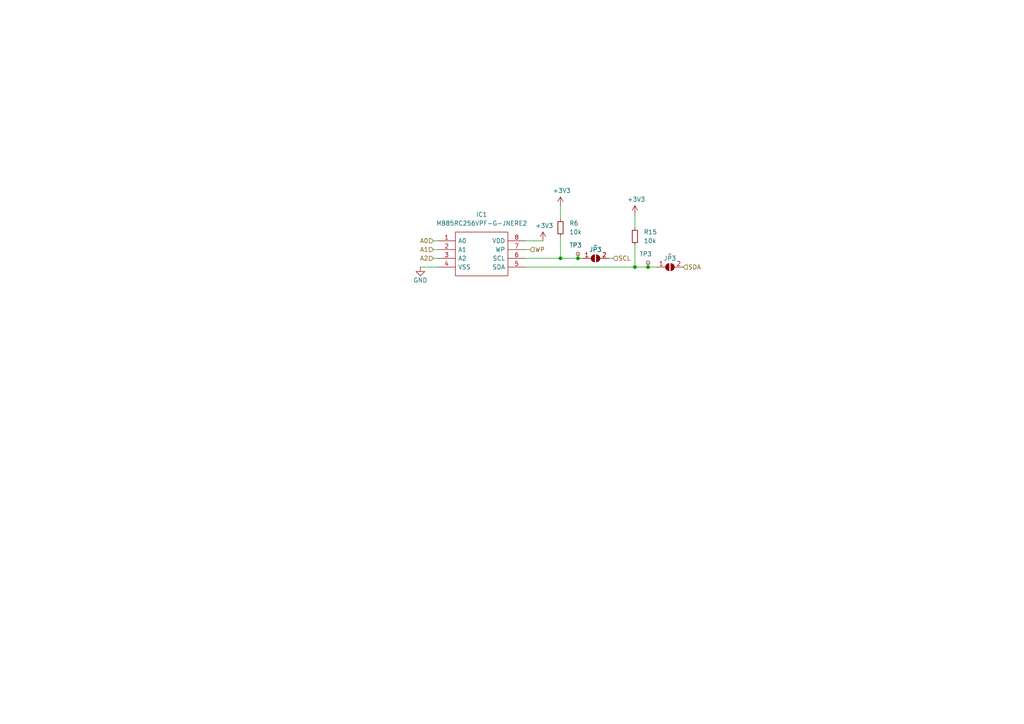
<source format=kicad_sch>
(kicad_sch (version 20230121) (generator eeschema)
  (paper "A4")
  (title_block (title "Avionics Flight Computer") (date "2023-09-04") (rev "1.0") (company "By: Dylan Haussecker"))
  (lib_symbols
    (symbol "Connector:TestPoint_Small" (pin_numbers hide) (pin_names (offset 0.762) hide)
      (property "Reference" "TP" (at 0 3.81 0))
      (property "Value" "TestPoint_Small" (at 0 2.032 0))
      (symbol "TestPoint_Small_0_1"
        (circle (center 0 0) (radius 0.508))
      )
      (symbol "TestPoint_Small_1_1"
        (pin passive line (at 0 0 90) (length 0) (name "1") (number "1"))
      )
    )
    (symbol "Device:R_Small" (pin_numbers hide) (pin_names (offset 0.254) hide)
      (property "Reference" "R" (at 0.762 0.508 0))
      (property "Value" "R_Small" (at 0.762 -1.016 0))
      (symbol "R_Small_0_1"
        (rectangle (start -0.762 1.778) (end 0.762 -1.778) (stroke (width 0.2032)))
      )
      (symbol "R_Small_1_1"
        (pin passive line (at 0 2.54 270) (length 0.762) (name "~") (number "1"))
        (pin passive line (at 0 -2.54 90) (length 0.762) (name "~") (number "2"))
      )
    )
    (symbol "Jumper:SolderJumper_2_Open" (pin_names (offset 0) hide)
      (property "Reference" "JP" (at 0 2.032 0))
      (property "Value" "SolderJumper_2_Open" (at 0 -2.54 0))
      (symbol "SolderJumper_2_Open_0_1"
        (arc (start -0.254 1.016) (mid -1.2656 0) (end -0.254 -1.016))
        (arc (start -0.254 1.016) (mid -1.2656 0) (end -0.254 -1.016) (fill (type outline)))
        (polyline (pts (xy -0.254 1.016) (xy -0.254 -1.016)))
        (polyline (pts (xy 0.254 1.016) (xy 0.254 -1.016)))
        (arc (start 0.254 -1.016) (mid 1.2656 0) (end 0.254 1.016))
        (arc (start 0.254 -1.016) (mid 1.2656 0) (end 0.254 1.016) (fill (type outline)))
      )
      (symbol "SolderJumper_2_Open_1_1"
        (pin passive line (at -3.81 0 0) (length 2.54) (name "A") (number "1"))
        (pin passive line (at 3.81 0 180) (length 2.54) (name "B") (number "2"))
      )
    )
    (symbol "LibraryLoader:MB85RC256VPF-G-JNERE2" (pin_names (offset 0.762))
      (property "Reference" "IC" (at 21.59 7.62 0))
      (property "Value" "MB85RC256VPF-G-JNERE2" (at 21.59 5.08 0))
      (symbol "MB85RC256VPF-G-JNERE2_0_0"
        (pin input line (at 0 0 0) (length 5.08) (name "A0") (number "1"))
        (pin input line (at 0 -2.54 0) (length 5.08) (name "A1") (number "2"))
        (pin input line (at 0 -5.08 0) (length 5.08) (name "A2") (number "3"))
        (pin power_in line (at 0 -7.62 0) (length 5.08) (name "VSS") (number "4"))
        (pin bidirectional line (at 25.4 -7.62 180) (length 5.08) (name "SDA") (number "5"))
        (pin input line (at 25.4 -5.08 180) (length 5.08) (name "SCL") (number "6"))
        (pin input line (at 25.4 -2.54 180) (length 5.08) (name "WP") (number "7"))
        (pin power_in line (at 25.4 0 180) (length 5.08) (name "VDD") (number "8"))
      )
      (symbol "MB85RC256VPF-G-JNERE2_0_1"
        (polyline (pts (xy 5.08 2.54) (xy 20.32 2.54) (xy 20.32 -10.16) (xy 5.08 -10.16) (xy 5.08 2.54)) (stroke (width 0.1524)))
      )
    )
    (symbol "power:+3V3" (power) (pin_names (offset 0))
      (property "Value" "+3V3" (at 0 3.556 0))
      (symbol "+3V3_0_1"
        (polyline (pts (xy -0.762 1.27) (xy 0 2.54)))
        (polyline (pts (xy 0 0) (xy 0 2.54)))
        (polyline (pts (xy 0 2.54) (xy 0.762 1.27)))
      )
      (symbol "+3V3_1_1"
        (pin power_in line (at 0 0 90) (length 0) hide (name "+3V3") (number "1"))
      )
    )
    (symbol "power:GND" (power) (pin_names (offset 0))
      (property "Value" "GND" (at 0 -3.81 0))
      (symbol "GND_0_1"
        (polyline (pts (xy 0 0) (xy 0 -1.27) (xy 1.27 -1.27) (xy 0 -2.54) (xy -1.27 -1.27) (xy 0 -1.27)))
      )
      (symbol "GND_1_1"
        (pin power_in line (at 0 0 270) (length 0) hide (name "GND") (number "1"))
      )
    )
  )
  (junction (at 162.56 74.93))
  (junction (at 167.64 74.93))
  (junction (at 187.96 77.47))
  (junction (at 184.15 77.47))
  (wire (pts (xy 152.4 77.47) (xy 184.15 77.47)))
  (wire (pts (xy 152.4 72.39) (xy 153.67 72.39)))
  (wire (pts (xy 162.56 74.93) (xy 167.64 74.93)))
  (wire (pts (xy 125.73 74.93) (xy 127 74.93)))
  (wire (pts (xy 187.96 76.2) (xy 187.96 77.47)))
  (wire (pts (xy 162.56 59.69) (xy 162.56 63.5)))
  (wire (pts (xy 125.73 72.39) (xy 127 72.39)))
  (wire (pts (xy 125.73 69.85) (xy 127 69.85)))
  (wire (pts (xy 168.91 74.93) (xy 167.64 74.93)))
  (wire (pts (xy 162.56 68.58) (xy 162.56 74.93)))
  (wire (pts (xy 121.92 77.47) (xy 127 77.47)))
  (wire (pts (xy 184.15 77.47) (xy 187.96 77.47)))
  (wire (pts (xy 152.4 69.85) (xy 157.48 69.85)))
  (wire (pts (xy 176.53 74.93) (xy 177.8 74.93)))
  (wire (pts (xy 184.15 62.23) (xy 184.15 66.04)))
  (wire (pts (xy 152.4 74.93) (xy 162.56 74.93)))
  (wire (pts (xy 167.64 73.66) (xy 167.64 74.93)))
  (wire (pts (xy 187.96 77.47) (xy 190.5 77.47)))
  (wire (pts (xy 184.15 71.12) (xy 184.15 77.47)))
  (hierarchical_label "A0" (shape input) (at 125.73 69.85 180))
  (hierarchical_label "WP" (shape input) (at 153.67 72.39 0))
  (hierarchical_label "SDA" (shape input) (at 198.12 77.47 0))
  (hierarchical_label "A1" (shape input) (at 125.73 72.39 180))
  (hierarchical_label "A2" (shape input) (at 125.73 74.93 180))
  (hierarchical_label "SCL" (shape input) (at 177.8 74.93 0))
  (symbol (lib_id "power:+3V3") (at 157.48 69.85 0) (unit 1)
    (property "Reference" "#PWR09" (effects hide))
    (property "Value" "+3V3" (at 157.861 65.4558 0))
    (instances (project "STM32F405RGT6-Breakout" (path "" (reference "#PWR09") (unit 1))) (project "Flight_Computer_V2" (path "" (reference "#PWR09") (unit 1)) (path "" (reference "#PWR028") (unit 1)) (path "" (reference "#PWR033") (unit 1)) (path "" (reference "#PWR037") (unit 1)) (path "" (reference "#PWR043") (unit 1))) (project "STM32F405RGT6" (path "" (reference "#PWR02") (unit 1))))
  )
  (symbol (lib_id "Connector:TestPoint_Small") (at 187.96 76.2 0) (unit 1)
    (property "Reference" "TP3" (at 185.42 73.66 0) (effects (justify left)))
    (property "Value" "TestPoint_Small" (effects hide))
    (property "Footprint" "TestPoint:TestPoint_Pad_D1.0mm" (effects hide))
    (instances (project "Flight_Computer_V2" (path "" (reference "TP3") (unit 1)) (path "" (reference "TP4") (unit 1)) (path "" (reference "TP12") (unit 1)) (path "" (reference "TP13") (unit 1)) (path "" (reference "TP14") (unit 1)) (path "" (reference "TP15") (unit 1))))
  )
  (symbol (lib_id "Jumper:SolderJumper_2_Open") (at 172.72 74.93 0) (unit 1)
    (property "Reference" "JP3" (at 172.72 72.39 0))
    (property "Value" "~" (at 172.72 71.12 0))
    (property "Footprint" "Jumper:SolderJumper-2_P1.3mm_Open_Pad1.0x1.5mm" (effects hide))
    (instances (project "Flight_Computer_V2" (path "" (reference "JP3") (unit 1)) (path "" (reference "JP4") (unit 1)) (path "" (reference "JP18") (unit 1)) (path "" (reference "JP19") (unit 1)) (path "" (reference "JP20") (unit 1)) (path "" (reference "JP21") (unit 1))))
  )
  (symbol (lib_id "Connector:TestPoint_Small") (at 167.64 73.66 0) (unit 1)
    (property "Reference" "TP3" (at 165.1 71.12 0) (effects (justify left)))
    (property "Value" "TestPoint_Small" (effects hide))
    (property "Footprint" "TestPoint:TestPoint_Pad_D1.0mm" (effects hide))
    (instances (project "Flight_Computer_V2" (path "" (reference "TP3") (unit 1)) (path "" (reference "TP4") (unit 1)) (path "" (reference "TP16") (unit 1)) (path "" (reference "TP17") (unit 1)) (path "" (reference "TP18") (unit 1)) (path "" (reference "TP19") (unit 1))))
  )
  (symbol (lib_id "Jumper:SolderJumper_2_Open") (at 194.31 77.47 0) (unit 1)
    (property "Reference" "JP3" (at 194.31 74.93 0))
    (property "Value" "~" (at 194.31 73.66 0))
    (property "Footprint" "Jumper:SolderJumper-2_P1.3mm_Open_Pad1.0x1.5mm" (effects hide))
    (instances (project "Flight_Computer_V2" (path "" (reference "JP3") (unit 1)) (path "" (reference "JP4") (unit 1)) (path "" (reference "JP14") (unit 1)) (path "" (reference "JP15") (unit 1)) (path "" (reference "JP16") (unit 1)) (path "" (reference "JP17") (unit 1))))
  )
  (symbol (lib_id "LibraryLoader:MB85RC256VPF-G-JNERE2") (at 127 69.85 0) (unit 1)
    (property "Reference" "IC1" (at 139.7 62.23 0))
    (property "Value" "MB85RC256VPF-G-JNERE2" (at 139.7 64.77 0))
    (property "Footprint" "LibraryLoader:SOIC127P798X210-8N" (effects hide))
    (property "Datasheet" "http://www.fujitsu.com/us/Images/MB85RC256V-DS501-00017-3v0-E.pdf" (effects hide))
    (property "Description" "Memory FRAM 256K (32K x 8) Bit I2C" (effects hide))
    (property "Height" "2.1" (effects hide))
    (property "Manufacturer_Name" "FUJITSU" (effects hide))
    (property "Manufacturer_Part_Number" "MB85RC256VPF-G-JNERE2" (effects hide))
    (property "Mouser Part Number" "249-MB85RC256VPJNRE2" (effects hide))
    (property "Mouser Price/Stock" "https://www.mouser.co.uk/ProductDetail/Fujitsu-Semiconductor/MB85RC256VPF-G-JNERE2?qs=Wj%2FVkw3K%252BMAGnaEHj2giGA%3D%3D" (effects hide))
    (instances (project "Flight_Computer_V2" (path "" (reference "IC1") (unit 1)) (path "" (reference "IC2") (unit 1)) (path "" (reference "IC3") (unit 1)) (path "" (reference "IC4") (unit 1))))
  )
  (symbol (lib_id "power:+3V3") (at 184.15 62.23 0) (unit 1)
    (property "Reference" "#PWR09" (effects hide))
    (property "Value" "+3V3" (at 184.531 57.8358 0))
    (instances (project "STM32F405RGT6-Breakout" (path "" (reference "#PWR09") (unit 1))) (project "Flight_Computer_V2" (path "" (reference "#PWR09") (unit 1)) (path "" (reference "#PWR031") (unit 1)) (path "" (reference "#PWR035") (unit 1)) (path "" (reference "#PWR039") (unit 1)) (path "" (reference "#PWR045") (unit 1))) (project "STM32F405RGT6" (path "" (reference "#PWR02") (unit 1))))
  )
  (symbol (lib_id "power:+3V3") (at 162.56 59.69 0) (unit 1)
    (property "Reference" "#PWR09" (effects hide))
    (property "Value" "+3V3" (at 162.941 55.2958 0))
    (instances (project "STM32F405RGT6-Breakout" (path "" (reference "#PWR09") (unit 1))) (project "Flight_Computer_V2" (path "" (reference "#PWR09") (unit 1)) (path "" (reference "#PWR015") (unit 1)) (path "" (reference "#PWR030") (unit 1)) (path "" (reference "#PWR034") (unit 1)) (path "" (reference "#PWR038") (unit 1))) (project "STM32F405RGT6" (path "" (reference "#PWR02") (unit 1))))
  )
  (symbol (lib_id "Device:R_Small") (at 162.56 66.04 0) (unit 1)
    (property "Reference" "R6" (at 165.1 64.77 0) (effects (justify left)))
    (property "Value" "10k" (at 165.1 67.31 0) (effects (justify left)))
    (property "Footprint" "Resistor_SMD:R_0402_1005Metric" (effects hide))
    (instances (project "Flight_Computer_V2" (path "" (reference "R6") (unit 1)) (path "" (reference "R7") (unit 1)) (path "" (reference "R14") (unit 1)) (path "" (reference "R16") (unit 1))))
  )
  (symbol (lib_id "power:GND") (at 121.92 77.47 0) (unit 1)
    (property "Reference" "#PWR03" (effects hide))
    (property "Value" "GND" (at 121.92 81.28 0))
    (instances (project "Flight_Computer_V2" (path "" (reference "#PWR03") (unit 1)) (path "" (reference "#PWR029") (unit 1)) (path "" (reference "#PWR032") (unit 1)) (path "" (reference "#PWR036") (unit 1)) (path "" (reference "#PWR042") (unit 1))) (project "STM32F405RGT6" (path "" (reference "#PWR03") (unit 1))) (project "avionics_flight_computer" (path "" (reference "#PWR03") (unit 1))))
  )
  (symbol (lib_id "Device:R_Small") (at 184.15 68.58 0) (unit 1)
    (property "Reference" "R15" (at 186.69 67.31 0) (effects (justify left)))
    (property "Value" "10k" (at 186.69 69.85 0) (effects (justify left)))
    (property "Footprint" "Resistor_SMD:R_0402_1005Metric" (effects hide))
    (instances (project "Flight_Computer_V2" (path "" (reference "R15") (unit 1)) (path "" (reference "R17") (unit 1)) (path "" (reference "R19") (unit 1)) (path "" (reference "R21") (unit 1))))
  )
)
</source>
